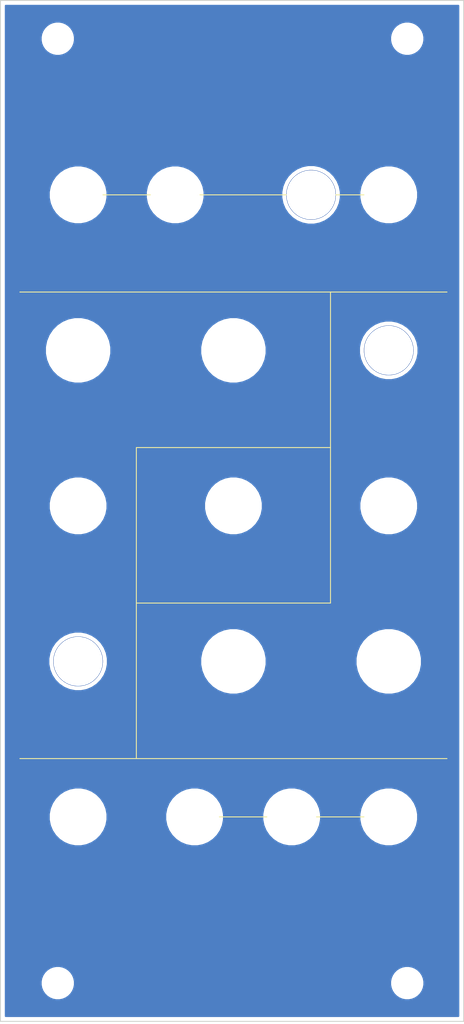
<source format=kicad_pcb>
(kicad_pcb (version 20171130) (host pcbnew 5.1.5-52549c5~84~ubuntu19.04.1)

  (general
    (thickness 1.6)
    (drawings 32)
    (tracks 0)
    (zones 0)
    (modules 22)
    (nets 1)
  )

  (page A4)
  (title_block
    (title X4046)
    (date 2019-09-02)
    (rev R01)
    (comment 1 "Panel PCB")
    (comment 2 "Original design by Thomas Henry")
    (comment 4 "License CC BY 4.0 - Attribution 4.0 International")
  )

  (layers
    (0 F.Cu signal)
    (31 B.Cu signal)
    (32 B.Adhes user)
    (33 F.Adhes user)
    (34 B.Paste user)
    (35 F.Paste user)
    (36 B.SilkS user)
    (37 F.SilkS user)
    (38 B.Mask user)
    (39 F.Mask user)
    (40 Dwgs.User user hide)
    (41 Cmts.User user hide)
    (42 Eco1.User user hide)
    (43 Eco2.User user hide)
    (44 Edge.Cuts user)
    (45 Margin user)
    (46 B.CrtYd user)
    (47 F.CrtYd user)
    (48 B.Fab user)
    (49 F.Fab user)
  )

  (setup
    (last_trace_width 0.25)
    (trace_clearance 0.2)
    (zone_clearance 0.508)
    (zone_45_only no)
    (trace_min 0.2)
    (via_size 0.8)
    (via_drill 0.4)
    (via_min_size 0.4)
    (via_min_drill 0.3)
    (uvia_size 0.3)
    (uvia_drill 0.1)
    (uvias_allowed no)
    (uvia_min_size 0.2)
    (uvia_min_drill 0.1)
    (edge_width 0.05)
    (segment_width 0.2)
    (pcb_text_width 0.3)
    (pcb_text_size 1.5 1.5)
    (mod_edge_width 0.12)
    (mod_text_size 1 1)
    (mod_text_width 0.15)
    (pad_size 6.4 6.4)
    (pad_drill 6.4)
    (pad_to_mask_clearance 0.051)
    (solder_mask_min_width 0.25)
    (aux_axis_origin 0 0)
    (visible_elements FFFFFF7F)
    (pcbplotparams
      (layerselection 0x010fc_ffffffff)
      (usegerberextensions false)
      (usegerberattributes false)
      (usegerberadvancedattributes false)
      (creategerberjobfile false)
      (excludeedgelayer false)
      (linewidth 0.150000)
      (plotframeref false)
      (viasonmask false)
      (mode 1)
      (useauxorigin false)
      (hpglpennumber 1)
      (hpglpenspeed 20)
      (hpglpendiameter 15.000000)
      (psnegative false)
      (psa4output false)
      (plotreference true)
      (plotvalue true)
      (plotinvisibletext false)
      (padsonsilk false)
      (subtractmaskfromsilk false)
      (outputformat 1)
      (mirror false)
      (drillshape 0)
      (scaleselection 1)
      (outputdirectory "./gerbers"))
  )

  (net 0 "")

  (net_class Default "This is the default net class."
    (clearance 0.2)
    (trace_width 0.25)
    (via_dia 0.8)
    (via_drill 0.4)
    (uvia_dia 0.3)
    (uvia_drill 0.1)
  )

  (module elektrophon:panel_jack (layer F.Cu) (tedit 5DA46DDA) (tstamp 5DE3CFFC)
    (at 48.26 50.8)
    (descr "Mounting Hole 8.4mm, no annular, M8")
    (tags "mounting hole 8.4mm no annular m8")
    (path /5DE3D3E9)
    (attr virtual)
    (fp_text reference H22 (at 0 -9.4) (layer F.SilkS) hide
      (effects (font (size 1 1) (thickness 0.15)))
    )
    (fp_text value IN (at 0 9.144) (layer F.Mask) hide
      (effects (font (size 2 1.4) (thickness 0.25)))
    )
    (fp_circle (center 0 0) (end 4.2 0) (layer F.CrtYd) (width 0.05))
    (fp_circle (center 0 0) (end 4 0) (layer Cmts.User) (width 0.15))
    (fp_text user %R (at 0.3 0) (layer F.Fab) hide
      (effects (font (size 1 1) (thickness 0.15)))
    )
    (pad "" np_thru_hole circle (at 0 0) (size 6.4 6.4) (drill 6.4) (layers *.Cu *.Mask))
    (model "${KIPRJMOD}/../../../lib/kicad/models/PJ301M-12 Thonkiconn v0.2.stp"
      (offset (xyz 0 0.8 -10.5))
      (scale (xyz 1 1 1))
      (rotate (xyz 0 0 0))
    )
  )

  (module elektrophon:SWITCH_HOLE (layer F.Cu) (tedit 5D6AF1FE) (tstamp 5DA326E4)
    (at 35.56 111.76)
    (path /5D6B18D4)
    (fp_text reference H13 (at 0 -6.604) (layer F.SilkS) hide
      (effects (font (size 1 1) (thickness 0.15)))
    )
    (fp_text value EXP_RAISE (at 0 8.636) (layer F.Mask) hide
      (effects (font (size 2 1.4) (thickness 0.25)))
    )
    (pad "" np_thru_hole circle (at 0 0) (size 6.5 6.5) (drill 6.4) (layers *.Cu *.Mask)
      (zone_connect 0))
    (model "/home/etienne/Projects/elektrophon/lib/kicad/models/SPDT Toggle Switch.stp"
      (offset (xyz 12.5 3.5 -11.5))
      (scale (xyz 1 1 1))
      (rotate (xyz -90 0 0))
    )
  )

  (module elektrophon:SWITCH_HOLE (layer F.Cu) (tedit 5D6AF1FE) (tstamp 5DA326DC)
    (at 76.2 71.12)
    (path /5D6AF633)
    (fp_text reference H12 (at 0 -6.604) (layer F.SilkS) hide
      (effects (font (size 1 1) (thickness 0.15)))
    )
    (fp_text value EXP_FALL (at 0 8.636) (layer F.Mask) hide
      (effects (font (size 2 1.4) (thickness 0.25)))
    )
    (pad "" np_thru_hole circle (at 0 0) (size 6.5 6.5) (drill 6.4) (layers *.Cu *.Mask)
      (zone_connect 0))
    (model "/home/etienne/Projects/elektrophon/lib/kicad/models/SPDT Toggle Switch.stp"
      (offset (xyz 12.5 3.5 -11.5))
      (scale (xyz 1 1 1))
      (rotate (xyz -90 0 0))
    )
  )

  (module elektrophon:SWITCH_HOLE (layer F.Cu) (tedit 5D6AF1FE) (tstamp 5DA326CC)
    (at 66.04 50.8)
    (path /5DA3331D)
    (fp_text reference H6 (at 0 -6.604) (layer F.SilkS) hide
      (effects (font (size 1 1) (thickness 0.15)))
    )
    (fp_text value CYCLE (at 0 8.636) (layer F.Mask) hide
      (effects (font (size 2 1.4) (thickness 0.25)))
    )
    (pad "" np_thru_hole circle (at 0 0) (size 6.5 6.5) (drill 6.4) (layers *.Cu *.Mask)
      (zone_connect 0))
    (model "/home/etienne/Projects/elektrophon/lib/kicad/models/SPDT Toggle Switch.stp"
      (offset (xyz 12.5 3.5 -11.5))
      (scale (xyz 1 1 1))
      (rotate (xyz -90 0 0))
    )
  )

  (module elektrophon:LED_Monitor (layer F.Cu) (tedit 5D62B726) (tstamp 5DD36DDB)
    (at 57.15 50.8)
    (descr "Imported from LED Monitor.svg")
    (tags svg2mod)
    (path /5DD31FCB)
    (zone_connect 2)
    (attr smd)
    (fp_text reference H7 (at 0 -5.054774) (layer F.SilkS) hide
      (effects (font (size 1.524 1.524) (thickness 0.3048)))
    )
    (fp_text value LED (at 0 5.054774) (layer F.SilkS) hide
      (effects (font (size 1.524 1.524) (thickness 0.3048)))
    )
    (pad 1 connect custom (at 0 0) (size 5 5) (layers *.Mask)
      (zone_connect 2)
      (options (clearance outline) (anchor circle))
      (primitives
        (gr_circle (center 0 0) (end 2.286 0) (width 0.1))
      ))
  )

  (module elektrophon:panel_jack (layer F.Cu) (tedit 5DA46DDA) (tstamp 5DD36E24)
    (at 35.56 132.08)
    (descr "Mounting Hole 8.4mm, no annular, M8")
    (tags "mounting hole 8.4mm no annular m8")
    (path /5DD362E9)
    (attr virtual)
    (fp_text reference H17 (at 0 -9.4) (layer F.SilkS) hide
      (effects (font (size 1 1) (thickness 0.15)))
    )
    (fp_text value CV (at 0 9.144) (layer F.Mask) hide
      (effects (font (size 2 1.4) (thickness 0.25)))
    )
    (fp_circle (center 0 0) (end 4.2 0) (layer F.CrtYd) (width 0.05))
    (fp_circle (center 0 0) (end 4 0) (layer Cmts.User) (width 0.15))
    (fp_text user %R (at 0.3 0) (layer F.Fab) hide
      (effects (font (size 1 1) (thickness 0.15)))
    )
    (pad "" np_thru_hole circle (at 0 0) (size 6.4 6.4) (drill 6.4) (layers *.Cu *.Mask))
    (model "${KIPRJMOD}/../../../lib/kicad/models/PJ301M-12 Thonkiconn v0.2.stp"
      (offset (xyz 0 0.8 -10.5))
      (scale (xyz 1 1 1))
      (rotate (xyz 0 0 0))
    )
  )

  (module elektrophon:panel_jack (layer F.Cu) (tedit 5DA46DDA) (tstamp 5DD36DF9)
    (at 76.2 132.08)
    (descr "Mounting Hole 8.4mm, no annular, M8")
    (tags "mounting hole 8.4mm no annular m8")
    (path /5DD35930)
    (attr virtual)
    (fp_text reference H11 (at 0 -9.4) (layer F.SilkS) hide
      (effects (font (size 1 1) (thickness 0.15)))
    )
    (fp_text value "BIPOLAR OUT" (at 0 9.144) (layer F.Mask) hide
      (effects (font (size 2 1.4) (thickness 0.25)))
    )
    (fp_circle (center 0 0) (end 4.2 0) (layer F.CrtYd) (width 0.05))
    (fp_circle (center 0 0) (end 4 0) (layer Cmts.User) (width 0.15))
    (fp_text user %R (at 0.3 0) (layer F.Fab) hide
      (effects (font (size 1 1) (thickness 0.15)))
    )
    (pad "" np_thru_hole circle (at 0 0) (size 6.4 6.4) (drill 6.4) (layers *.Cu *.Mask))
    (model "${KIPRJMOD}/../../../lib/kicad/models/PJ301M-12 Thonkiconn v0.2.stp"
      (offset (xyz 0 0.8 -10.5))
      (scale (xyz 1 1 1))
      (rotate (xyz 0 0 0))
    )
  )

  (module elektrophon:panel_jack (layer F.Cu) (tedit 5DA46DDA) (tstamp 5DD36DE3)
    (at 76.2 50.8)
    (descr "Mounting Hole 8.4mm, no annular, M8")
    (tags "mounting hole 8.4mm no annular m8")
    (path /5DD33BD2)
    (attr virtual)
    (fp_text reference H8 (at 0 -9.4) (layer F.SilkS) hide
      (effects (font (size 1 1) (thickness 0.15)))
    )
    (fp_text value END (at 0 9.144) (layer F.Mask) hide
      (effects (font (size 2 1.4) (thickness 0.25)))
    )
    (fp_circle (center 0 0) (end 4.2 0) (layer F.CrtYd) (width 0.05))
    (fp_circle (center 0 0) (end 4 0) (layer Cmts.User) (width 0.15))
    (fp_text user %R (at 0.3 0) (layer F.Fab) hide
      (effects (font (size 1 1) (thickness 0.15)))
    )
    (pad "" np_thru_hole circle (at 0 0) (size 6.4 6.4) (drill 6.4) (layers *.Cu *.Mask))
    (model "${KIPRJMOD}/../../../lib/kicad/models/PJ301M-12 Thonkiconn v0.2.stp"
      (offset (xyz 0 0.8 -10.5))
      (scale (xyz 1 1 1))
      (rotate (xyz 0 0 0))
    )
  )

  (module elektrophon:panel_potentiometer (layer F.Cu) (tedit 5DA46CEF) (tstamp 5DA32714)
    (at 55.88 111.76)
    (descr "Mounting Hole 8.4mm, no annular, M8")
    (tags "mounting hole 8.4mm no annular m8")
    (path /5D6B4FC0)
    (attr virtual)
    (fp_text reference H21 (at 0 -9.4) (layer F.SilkS) hide
      (effects (font (size 1 1) (thickness 0.15)))
    )
    (fp_text value "FALL RATE" (at 0 9.144) (layer F.Mask) hide
      (effects (font (size 2 1.4) (thickness 0.25)))
    )
    (fp_circle (center 0 0) (end 6.6 0) (layer F.CrtYd) (width 0.05))
    (fp_circle (center 0 0) (end 6.35 0) (layer Cmts.User) (width 0.15))
    (fp_text user %R (at 0.3 0) (layer F.Fab) hide
      (effects (font (size 1 1) (thickness 0.15)))
    )
    (pad "" np_thru_hole circle (at 0 0) (size 7.4 7.4) (drill 7.4) (layers *.Cu *.Mask))
    (model "${KIPRJMOD}/../../../lib/kicad/models/chroma cap.step"
      (offset (xyz 0 0 8))
      (scale (xyz 1 1 1))
      (rotate (xyz -90 0 0))
    )
  )

  (module elektrophon:panel_potentiometer (layer F.Cu) (tedit 5DA46CEF) (tstamp 5DA3270C)
    (at 55.88 71.12)
    (descr "Mounting Hole 8.4mm, no annular, M8")
    (tags "mounting hole 8.4mm no annular m8")
    (path /5D6B1F1C)
    (attr virtual)
    (fp_text reference H20 (at 0 -9.4) (layer F.SilkS) hide
      (effects (font (size 1 1) (thickness 0.15)))
    )
    (fp_text value "RISE RATE" (at 0 9.144) (layer F.Mask) hide
      (effects (font (size 2 1.4) (thickness 0.25)))
    )
    (fp_circle (center 0 0) (end 6.6 0) (layer F.CrtYd) (width 0.05))
    (fp_circle (center 0 0) (end 6.35 0) (layer Cmts.User) (width 0.15))
    (fp_text user %R (at 0.3 0) (layer F.Fab) hide
      (effects (font (size 1 1) (thickness 0.15)))
    )
    (pad "" np_thru_hole circle (at 0 0) (size 7.4 7.4) (drill 7.4) (layers *.Cu *.Mask))
    (model "${KIPRJMOD}/../../../lib/kicad/models/chroma cap.step"
      (offset (xyz 0 0 8))
      (scale (xyz 1 1 1))
      (rotate (xyz -90 0 0))
    )
  )

  (module elektrophon:panel_potentiometer (layer F.Cu) (tedit 5DA46CEF) (tstamp 5DA32704)
    (at 76.2 111.76)
    (descr "Mounting Hole 8.4mm, no annular, M8")
    (tags "mounting hole 8.4mm no annular m8")
    (path /5D6B18DA)
    (attr virtual)
    (fp_text reference H19 (at 0 -9.4) (layer F.SilkS) hide
      (effects (font (size 1 1) (thickness 0.15)))
    )
    (fp_text value FALL (at 0 9.144) (layer F.Mask) hide
      (effects (font (size 2 1.4) (thickness 0.25)))
    )
    (fp_circle (center 0 0) (end 6.6 0) (layer F.CrtYd) (width 0.05))
    (fp_circle (center 0 0) (end 6.35 0) (layer Cmts.User) (width 0.15))
    (fp_text user %R (at 0.3 0) (layer F.Fab) hide
      (effects (font (size 1 1) (thickness 0.15)))
    )
    (pad "" np_thru_hole circle (at 0 0) (size 7.4 7.4) (drill 7.4) (layers *.Cu *.Mask))
    (model "${KIPRJMOD}/../../../lib/kicad/models/chroma cap.step"
      (offset (xyz 0 0 8))
      (scale (xyz 1 1 1))
      (rotate (xyz -90 0 0))
    )
  )

  (module elektrophon:panel_potentiometer (layer F.Cu) (tedit 5DA46CEF) (tstamp 5DA326FC)
    (at 35.56 71.12)
    (descr "Mounting Hole 8.4mm, no annular, M8")
    (tags "mounting hole 8.4mm no annular m8")
    (path /5D6AFC16)
    (attr virtual)
    (fp_text reference H18 (at 0 -9.4) (layer F.SilkS) hide
      (effects (font (size 1 1) (thickness 0.15)))
    )
    (fp_text value RISE (at 0 9.144) (layer F.Mask) hide
      (effects (font (size 2 1.4) (thickness 0.25)))
    )
    (fp_circle (center 0 0) (end 6.6 0) (layer F.CrtYd) (width 0.05))
    (fp_circle (center 0 0) (end 6.35 0) (layer Cmts.User) (width 0.15))
    (fp_text user %R (at 0.3 0) (layer F.Fab) hide
      (effects (font (size 1 1) (thickness 0.15)))
    )
    (pad "" np_thru_hole circle (at 0 0) (size 7.4 7.4) (drill 7.4) (layers *.Cu *.Mask))
    (model "${KIPRJMOD}/../../../lib/kicad/models/chroma cap.step"
      (offset (xyz 0 0 8))
      (scale (xyz 1 1 1))
      (rotate (xyz -90 0 0))
    )
  )

  (module elektrophon:panel_jack (layer F.Cu) (tedit 5DA46DDA) (tstamp 5DA326F4)
    (at 76.2 91.44)
    (descr "Mounting Hole 8.4mm, no annular, M8")
    (tags "mounting hole 8.4mm no annular m8")
    (path /5D6B4FBA)
    (attr virtual)
    (fp_text reference H15 (at 0 -9.4) (layer F.SilkS) hide
      (effects (font (size 1 1) (thickness 0.15)))
    )
    (fp_text value "CV FALL" (at 0 9.144) (layer F.Mask) hide
      (effects (font (size 2 1.4) (thickness 0.25)))
    )
    (fp_circle (center 0 0) (end 4.2 0) (layer F.CrtYd) (width 0.05))
    (fp_circle (center 0 0) (end 4 0) (layer Cmts.User) (width 0.15))
    (fp_text user %R (at 0.3 0) (layer F.Fab) hide
      (effects (font (size 1 1) (thickness 0.15)))
    )
    (pad "" np_thru_hole circle (at 0 0) (size 6.4 6.4) (drill 6.4) (layers *.Cu *.Mask))
    (model "${KIPRJMOD}/../../../lib/kicad/models/PJ301M-12 Thonkiconn v0.2.stp"
      (offset (xyz 0 0.8 -10.5))
      (scale (xyz 1 1 1))
      (rotate (xyz 0 0 0))
    )
  )

  (module elektrophon:panel_jack (layer F.Cu) (tedit 5DA46DDA) (tstamp 5DA326EC)
    (at 35.56 91.44)
    (descr "Mounting Hole 8.4mm, no annular, M8")
    (tags "mounting hole 8.4mm no annular m8")
    (path /5D6B1F16)
    (attr virtual)
    (fp_text reference H14 (at 0 -9.4) (layer F.SilkS) hide
      (effects (font (size 1 1) (thickness 0.15)))
    )
    (fp_text value "CV RISE" (at 0 9.144) (layer F.Mask) hide
      (effects (font (size 2 1.4) (thickness 0.25)))
    )
    (fp_circle (center 0 0) (end 4.2 0) (layer F.CrtYd) (width 0.05))
    (fp_circle (center 0 0) (end 4 0) (layer Cmts.User) (width 0.15))
    (fp_text user %R (at 0.3 0) (layer F.Fab) hide
      (effects (font (size 1 1) (thickness 0.15)))
    )
    (pad "" np_thru_hole circle (at 0 0) (size 6.4 6.4) (drill 6.4) (layers *.Cu *.Mask))
    (model "${KIPRJMOD}/../../../lib/kicad/models/PJ301M-12 Thonkiconn v0.2.stp"
      (offset (xyz 0 0.8 -10.5))
      (scale (xyz 1 1 1))
      (rotate (xyz 0 0 0))
    )
  )

  (module elektrophon:panel_jack (layer F.Cu) (tedit 5DA46DDA) (tstamp 5DA326A8)
    (at 55.88 91.44)
    (descr "Mounting Hole 8.4mm, no annular, M8")
    (tags "mounting hole 8.4mm no annular m8")
    (path /5D6B1F10)
    (attr virtual)
    (fp_text reference H16 (at 0 -9.4) (layer F.SilkS) hide
      (effects (font (size 1 1) (thickness 0.15)))
    )
    (fp_text value "BOTH CV" (at 0 9.144) (layer F.Mask) hide
      (effects (font (size 2 1.4) (thickness 0.25)))
    )
    (fp_circle (center 0 0) (end 4.2 0) (layer F.CrtYd) (width 0.05))
    (fp_circle (center 0 0) (end 4 0) (layer Cmts.User) (width 0.15))
    (fp_text user %R (at 0.3 0) (layer F.Fab) hide
      (effects (font (size 1 1) (thickness 0.15)))
    )
    (pad "" np_thru_hole circle (at 0 0) (size 6.4 6.4) (drill 6.4) (layers *.Cu *.Mask))
    (model "${KIPRJMOD}/../../../lib/kicad/models/PJ301M-12 Thonkiconn v0.2.stp"
      (offset (xyz 0 0.8 -10.5))
      (scale (xyz 1 1 1))
      (rotate (xyz 0 0 0))
    )
  )

  (module elektrophon:panel_jack (layer F.Cu) (tedit 5DA46DDA) (tstamp 5DA326A0)
    (at 50.8 132.08)
    (descr "Mounting Hole 8.4mm, no annular, M8")
    (tags "mounting hole 8.4mm no annular m8")
    (path /5D6B18CE)
    (attr virtual)
    (fp_text reference H10 (at 0 -9.4) (layer F.SilkS) hide
      (effects (font (size 1 1) (thickness 0.15)))
    )
    (fp_text value OUT (at 0 9.144) (layer F.Mask) hide
      (effects (font (size 2 1.4) (thickness 0.25)))
    )
    (fp_circle (center 0 0) (end 4.2 0) (layer F.CrtYd) (width 0.05))
    (fp_circle (center 0 0) (end 4 0) (layer Cmts.User) (width 0.15))
    (fp_text user %R (at 0.3 0) (layer F.Fab) hide
      (effects (font (size 1 1) (thickness 0.15)))
    )
    (pad "" np_thru_hole circle (at 0 0) (size 6.4 6.4) (drill 6.4) (layers *.Cu *.Mask))
    (model "${KIPRJMOD}/../../../lib/kicad/models/PJ301M-12 Thonkiconn v0.2.stp"
      (offset (xyz 0 0.8 -10.5))
      (scale (xyz 1 1 1))
      (rotate (xyz 0 0 0))
    )
  )

  (module elektrophon:panel_jack (layer F.Cu) (tedit 5DA46DDA) (tstamp 5DA32698)
    (at 63.5 132.08)
    (descr "Mounting Hole 8.4mm, no annular, M8")
    (tags "mounting hole 8.4mm no annular m8")
    (path /5D6B1084)
    (attr virtual)
    (fp_text reference H9 (at 0 -9.4) (layer F.SilkS) hide
      (effects (font (size 1 1) (thickness 0.15)))
    )
    (fp_text value "AC OUT" (at 0 9.144) (layer F.Mask) hide
      (effects (font (size 2 1.4) (thickness 0.25)))
    )
    (fp_circle (center 0 0) (end 4.2 0) (layer F.CrtYd) (width 0.05))
    (fp_circle (center 0 0) (end 4 0) (layer Cmts.User) (width 0.15))
    (fp_text user %R (at 0.3 0) (layer F.Fab) hide
      (effects (font (size 1 1) (thickness 0.15)))
    )
    (pad "" np_thru_hole circle (at 0 0) (size 6.4 6.4) (drill 6.4) (layers *.Cu *.Mask))
    (model "${KIPRJMOD}/../../../lib/kicad/models/PJ301M-12 Thonkiconn v0.2.stp"
      (offset (xyz 0 0.8 -10.5))
      (scale (xyz 1 1 1))
      (rotate (xyz 0 0 0))
    )
  )

  (module elektrophon:panel_jack (layer F.Cu) (tedit 5DA46DDA) (tstamp 5DA32690)
    (at 35.56 50.8)
    (descr "Mounting Hole 8.4mm, no annular, M8")
    (tags "mounting hole 8.4mm no annular m8")
    (path /5D6AF58E)
    (attr virtual)
    (fp_text reference H1 (at 0 -9.4) (layer F.SilkS) hide
      (effects (font (size 1 1) (thickness 0.15)))
    )
    (fp_text value TRIG (at 0 9.144) (layer F.Mask) hide
      (effects (font (size 2 1.4) (thickness 0.25)))
    )
    (fp_circle (center 0 0) (end 4.2 0) (layer F.CrtYd) (width 0.05))
    (fp_circle (center 0 0) (end 4 0) (layer Cmts.User) (width 0.15))
    (fp_text user %R (at 0.3 0) (layer F.Fab) hide
      (effects (font (size 1 1) (thickness 0.15)))
    )
    (pad "" np_thru_hole circle (at 0 0) (size 6.4 6.4) (drill 6.4) (layers *.Cu *.Mask))
    (model "${KIPRJMOD}/../../../lib/kicad/models/PJ301M-12 Thonkiconn v0.2.stp"
      (offset (xyz 0 0.8 -10.5))
      (scale (xyz 1 1 1))
      (rotate (xyz 0 0 0))
    )
  )

  (module MountingHole:MountingHole_3.2mm_M3 locked (layer F.Cu) (tedit 56D1B4CB) (tstamp 5D6C7189)
    (at 78.62 153.8)
    (descr "Mounting Hole 3.2mm, no annular, M3")
    (tags "mounting hole 3.2mm no annular m3")
    (path /5D6C254B)
    (attr virtual)
    (fp_text reference H5 (at 0 -4.2) (layer F.SilkS) hide
      (effects (font (size 1 1) (thickness 0.15)))
    )
    (fp_text value MountingHole (at 0 4.2) (layer F.Fab) hide
      (effects (font (size 1 1) (thickness 0.15)))
    )
    (fp_circle (center 0 0) (end 3.45 0) (layer F.CrtYd) (width 0.05))
    (fp_circle (center 0 0) (end 3.2 0) (layer Cmts.User) (width 0.15))
    (fp_text user %R (at 0.3 0) (layer F.Fab) hide
      (effects (font (size 1 1) (thickness 0.15)))
    )
    (pad 1 np_thru_hole circle (at 0 0) (size 3.2 3.2) (drill 3.2) (layers *.Cu *.Mask))
  )

  (module MountingHole:MountingHole_3.2mm_M3 locked (layer F.Cu) (tedit 56D1B4CB) (tstamp 5D6C7181)
    (at 78.62 30.4)
    (descr "Mounting Hole 3.2mm, no annular, M3")
    (tags "mounting hole 3.2mm no annular m3")
    (path /5D6C22FB)
    (attr virtual)
    (fp_text reference H4 (at 0 -4.2) (layer F.SilkS) hide
      (effects (font (size 1 1) (thickness 0.15)))
    )
    (fp_text value MountingHole (at 0 4.2) (layer F.Fab) hide
      (effects (font (size 1 1) (thickness 0.15)))
    )
    (fp_circle (center 0 0) (end 3.45 0) (layer F.CrtYd) (width 0.05))
    (fp_circle (center 0 0) (end 3.2 0) (layer Cmts.User) (width 0.15))
    (fp_text user %R (at 0.3 0) (layer F.Fab) hide
      (effects (font (size 1 1) (thickness 0.15)))
    )
    (pad 1 np_thru_hole circle (at 0 0) (size 3.2 3.2) (drill 3.2) (layers *.Cu *.Mask))
  )

  (module MountingHole:MountingHole_3.2mm_M3 locked (layer F.Cu) (tedit 56D1B4CB) (tstamp 5D6C7179)
    (at 32.9 153.8)
    (descr "Mounting Hole 3.2mm, no annular, M3")
    (tags "mounting hole 3.2mm no annular m3")
    (path /5D6C2167)
    (attr virtual)
    (fp_text reference H3 (at 0 -4.2) (layer F.SilkS) hide
      (effects (font (size 1 1) (thickness 0.15)))
    )
    (fp_text value MountingHole (at 0 4.2) (layer F.Fab) hide
      (effects (font (size 1 1) (thickness 0.15)))
    )
    (fp_circle (center 0 0) (end 3.45 0) (layer F.CrtYd) (width 0.05))
    (fp_circle (center 0 0) (end 3.2 0) (layer Cmts.User) (width 0.15))
    (fp_text user %R (at 0.3 0) (layer F.Fab) hide
      (effects (font (size 1 1) (thickness 0.15)))
    )
    (pad 1 np_thru_hole circle (at 0 0) (size 3.2 3.2) (drill 3.2) (layers *.Cu *.Mask))
  )

  (module MountingHole:MountingHole_3.2mm_M3 locked (layer F.Cu) (tedit 56D1B4CB) (tstamp 5D6C7171)
    (at 32.9 30.4)
    (descr "Mounting Hole 3.2mm, no annular, M3")
    (tags "mounting hole 3.2mm no annular m3")
    (path /5D6C1F77)
    (attr virtual)
    (fp_text reference H2 (at 0 -4.2) (layer F.SilkS) hide
      (effects (font (size 1 1) (thickness 0.15)))
    )
    (fp_text value MountingHole (at 0 4.2) (layer F.Fab) hide
      (effects (font (size 1 1) (thickness 0.15)))
    )
    (fp_circle (center 0 0) (end 3.45 0) (layer F.CrtYd) (width 0.05))
    (fp_circle (center 0 0) (end 3.2 0) (layer Cmts.User) (width 0.15))
    (fp_text user %R (at 0.3 0) (layer F.Fab) hide
      (effects (font (size 1 1) (thickness 0.15)))
    )
    (pad 1 np_thru_hole circle (at 0 0) (size 3.2 3.2) (drill 3.2) (layers *.Cu *.Mask))
  )

  (gr_text ac (at 63.5 140.97) (layer F.Mask) (tstamp 5DE3D2FF)
    (effects (font (size 2 1.4) (thickness 0.25)))
  )
  (gr_text bipolar (at 76.2 140.97) (layer F.Mask) (tstamp 5DE3D2FF)
    (effects (font (size 2 1.4) (thickness 0.25)))
  )
  (gr_text out (at 50.8 140.97) (layer F.Mask) (tstamp 5DE3D2FF)
    (effects (font (size 2 1.4) (thickness 0.25)))
  )
  (gr_text cv (at 35.56 140.97) (layer F.Mask) (tstamp 5DE3D2FF)
    (effects (font (size 2 1.4) (thickness 0.25)))
  )
  (gr_text fall (at 76.2 120.65) (layer F.Mask) (tstamp 5DE3D254)
    (effects (font (size 2 1.4) (thickness 0.25)))
  )
  (gr_text rate (at 55.88 120.65) (layer F.Mask) (tstamp 5DE3D254)
    (effects (font (size 2 1.4) (thickness 0.25)))
  )
  (gr_text exp (at 35.56 120.65) (layer F.Mask) (tstamp 5DE3D254)
    (effects (font (size 2 1.4) (thickness 0.25)))
  )
  (gr_text cv (at 76.2 100.33) (layer F.Mask) (tstamp 5DE3D1C6)
    (effects (font (size 2 1.4) (thickness 0.25)))
  )
  (gr_text "both cv" (at 55.88 100.33) (layer F.Mask) (tstamp 5DE3D1C6)
    (effects (font (size 2 1.4) (thickness 0.25)))
  )
  (gr_text cv (at 35.56 100.33) (layer F.Mask) (tstamp 5DE3D1C6)
    (effects (font (size 2 1.4) (thickness 0.25)))
  )
  (gr_text exp (at 76.2 80.01) (layer F.Mask) (tstamp 5DE3D1A9)
    (effects (font (size 2 1.4) (thickness 0.25)))
  )
  (gr_text rate (at 55.88 80.01) (layer F.Mask) (tstamp 5DE3D0CC)
    (effects (font (size 2 1.4) (thickness 0.25)))
  )
  (gr_text rise (at 35.56 80.01) (layer F.Mask) (tstamp 5DE3D0CC)
    (effects (font (size 2 1.4) (thickness 0.25)))
  )
  (gr_text end (at 76.2 59.69) (layer F.Mask) (tstamp 5DE3D0CC)
    (effects (font (size 2 1.4) (thickness 0.25)))
  )
  (gr_text cycle (at 66.04 59.69) (layer F.Mask) (tstamp 5DE3D0CC)
    (effects (font (size 2 1.4) (thickness 0.25)))
  )
  (gr_text in (at 48.26 59.69) (layer F.Mask) (tstamp 5DE3D0CC)
    (effects (font (size 2 1.4) (thickness 0.25)))
  )
  (gr_text trig (at 35.56 59.69) (layer F.Mask)
    (effects (font (size 2 1.4) (thickness 0.25)))
  )
  (gr_line (start 76.2 132.08) (end 50.8 132.08) (layer F.SilkS) (width 0.12))
  (gr_line (start 27.94 124.46) (end 83.82 124.46) (layer F.SilkS) (width 0.12))
  (gr_line (start 83.82 63.5) (end 27.94 63.5) (layer F.SilkS) (width 0.12))
  (gr_line (start 76.2 50.8) (end 35.56 50.8) (layer F.SilkS) (width 0.12))
  (gr_line (start 68.58 104.14) (end 68.58 86.36) (layer F.SilkS) (width 0.12) (tstamp 5DD98111))
  (gr_line (start 43.18 104.14) (end 68.58 104.14) (layer F.SilkS) (width 0.12))
  (gr_line (start 43.18 83.82) (end 43.18 124.46) (layer F.SilkS) (width 0.12))
  (gr_line (start 68.58 83.82) (end 43.18 83.82) (layer F.SilkS) (width 0.12))
  (gr_line (start 68.58 63.5) (end 68.58 86.36) (layer F.SilkS) (width 0.12))
  (gr_text R01 (at 69.85 153.67) (layer F.Cu)
    (effects (font (size 2 1.4) (thickness 0.25)))
  )
  (gr_text "vcs\n" (at 55.88 30.48) (layer F.Mask)
    (effects (font (size 3 3) (thickness 0.35)))
  )
  (gr_line (start 86 158.8) (end 25.4 158.8) (layer Edge.Cuts) (width 0.12))
  (gr_line (start 86 25.4) (end 86 158.8) (layer Edge.Cuts) (width 0.12))
  (gr_line (start 25.4 25.4) (end 25.4 158.8) (layer Edge.Cuts) (width 0.12))
  (gr_line (start 25.4 25.4) (end 86 25.4) (layer Edge.Cuts) (width 0.12))

  (zone (net 0) (net_name "") (layer B.Cu) (tstamp 5D6DC77A) (hatch edge 0.508)
    (connect_pads (clearance 0.508))
    (min_thickness 0.254)
    (fill yes (arc_segments 32) (thermal_gap 0.508) (thermal_bridge_width 0.508))
    (polygon
      (pts
        (xy 25.43 25.4) (xy 85.882 25.751) (xy 85.822 159.161) (xy 25.4 158.75)
      )
    )
    (filled_polygon
      (pts
        (xy 85.305001 158.105) (xy 26.095 158.105) (xy 26.095 153.579872) (xy 30.665 153.579872) (xy 30.665 154.020128)
        (xy 30.75089 154.451925) (xy 30.919369 154.858669) (xy 31.163962 155.224729) (xy 31.475271 155.536038) (xy 31.841331 155.780631)
        (xy 32.248075 155.94911) (xy 32.679872 156.035) (xy 33.120128 156.035) (xy 33.551925 155.94911) (xy 33.958669 155.780631)
        (xy 34.324729 155.536038) (xy 34.636038 155.224729) (xy 34.880631 154.858669) (xy 35.04911 154.451925) (xy 35.135 154.020128)
        (xy 35.135 153.579872) (xy 76.385 153.579872) (xy 76.385 154.020128) (xy 76.47089 154.451925) (xy 76.639369 154.858669)
        (xy 76.883962 155.224729) (xy 77.195271 155.536038) (xy 77.561331 155.780631) (xy 77.968075 155.94911) (xy 78.399872 156.035)
        (xy 78.840128 156.035) (xy 79.271925 155.94911) (xy 79.678669 155.780631) (xy 80.044729 155.536038) (xy 80.356038 155.224729)
        (xy 80.600631 154.858669) (xy 80.76911 154.451925) (xy 80.855 154.020128) (xy 80.855 153.579872) (xy 80.76911 153.148075)
        (xy 80.600631 152.741331) (xy 80.356038 152.375271) (xy 80.044729 152.063962) (xy 79.678669 151.819369) (xy 79.271925 151.65089)
        (xy 78.840128 151.565) (xy 78.399872 151.565) (xy 77.968075 151.65089) (xy 77.561331 151.819369) (xy 77.195271 152.063962)
        (xy 76.883962 152.375271) (xy 76.639369 152.741331) (xy 76.47089 153.148075) (xy 76.385 153.579872) (xy 35.135 153.579872)
        (xy 35.04911 153.148075) (xy 34.880631 152.741331) (xy 34.636038 152.375271) (xy 34.324729 152.063962) (xy 33.958669 151.819369)
        (xy 33.551925 151.65089) (xy 33.120128 151.565) (xy 32.679872 151.565) (xy 32.248075 151.65089) (xy 31.841331 151.819369)
        (xy 31.475271 152.063962) (xy 31.163962 152.375271) (xy 30.919369 152.741331) (xy 30.75089 153.148075) (xy 30.665 153.579872)
        (xy 26.095 153.579872) (xy 26.095 131.702285) (xy 31.725 131.702285) (xy 31.725 132.457715) (xy 31.872377 133.198628)
        (xy 32.161467 133.896554) (xy 32.581161 134.52467) (xy 33.11533 135.058839) (xy 33.743446 135.478533) (xy 34.441372 135.767623)
        (xy 35.182285 135.915) (xy 35.937715 135.915) (xy 36.678628 135.767623) (xy 37.376554 135.478533) (xy 38.00467 135.058839)
        (xy 38.538839 134.52467) (xy 38.958533 133.896554) (xy 39.247623 133.198628) (xy 39.395 132.457715) (xy 39.395 131.702285)
        (xy 46.965 131.702285) (xy 46.965 132.457715) (xy 47.112377 133.198628) (xy 47.401467 133.896554) (xy 47.821161 134.52467)
        (xy 48.35533 135.058839) (xy 48.983446 135.478533) (xy 49.681372 135.767623) (xy 50.422285 135.915) (xy 51.177715 135.915)
        (xy 51.918628 135.767623) (xy 52.616554 135.478533) (xy 53.24467 135.058839) (xy 53.778839 134.52467) (xy 54.198533 133.896554)
        (xy 54.487623 133.198628) (xy 54.635 132.457715) (xy 54.635 131.702285) (xy 59.665 131.702285) (xy 59.665 132.457715)
        (xy 59.812377 133.198628) (xy 60.101467 133.896554) (xy 60.521161 134.52467) (xy 61.05533 135.058839) (xy 61.683446 135.478533)
        (xy 62.381372 135.767623) (xy 63.122285 135.915) (xy 63.877715 135.915) (xy 64.618628 135.767623) (xy 65.316554 135.478533)
        (xy 65.94467 135.058839) (xy 66.478839 134.52467) (xy 66.898533 133.896554) (xy 67.187623 133.198628) (xy 67.335 132.457715)
        (xy 67.335 131.702285) (xy 72.365 131.702285) (xy 72.365 132.457715) (xy 72.512377 133.198628) (xy 72.801467 133.896554)
        (xy 73.221161 134.52467) (xy 73.75533 135.058839) (xy 74.383446 135.478533) (xy 75.081372 135.767623) (xy 75.822285 135.915)
        (xy 76.577715 135.915) (xy 77.318628 135.767623) (xy 78.016554 135.478533) (xy 78.64467 135.058839) (xy 79.178839 134.52467)
        (xy 79.598533 133.896554) (xy 79.887623 133.198628) (xy 80.035 132.457715) (xy 80.035 131.702285) (xy 79.887623 130.961372)
        (xy 79.598533 130.263446) (xy 79.178839 129.63533) (xy 78.64467 129.101161) (xy 78.016554 128.681467) (xy 77.318628 128.392377)
        (xy 76.577715 128.245) (xy 75.822285 128.245) (xy 75.081372 128.392377) (xy 74.383446 128.681467) (xy 73.75533 129.101161)
        (xy 73.221161 129.63533) (xy 72.801467 130.263446) (xy 72.512377 130.961372) (xy 72.365 131.702285) (xy 67.335 131.702285)
        (xy 67.187623 130.961372) (xy 66.898533 130.263446) (xy 66.478839 129.63533) (xy 65.94467 129.101161) (xy 65.316554 128.681467)
        (xy 64.618628 128.392377) (xy 63.877715 128.245) (xy 63.122285 128.245) (xy 62.381372 128.392377) (xy 61.683446 128.681467)
        (xy 61.05533 129.101161) (xy 60.521161 129.63533) (xy 60.101467 130.263446) (xy 59.812377 130.961372) (xy 59.665 131.702285)
        (xy 54.635 131.702285) (xy 54.487623 130.961372) (xy 54.198533 130.263446) (xy 53.778839 129.63533) (xy 53.24467 129.101161)
        (xy 52.616554 128.681467) (xy 51.918628 128.392377) (xy 51.177715 128.245) (xy 50.422285 128.245) (xy 49.681372 128.392377)
        (xy 48.983446 128.681467) (xy 48.35533 129.101161) (xy 47.821161 129.63533) (xy 47.401467 130.263446) (xy 47.112377 130.961372)
        (xy 46.965 131.702285) (xy 39.395 131.702285) (xy 39.247623 130.961372) (xy 38.958533 130.263446) (xy 38.538839 129.63533)
        (xy 38.00467 129.101161) (xy 37.376554 128.681467) (xy 36.678628 128.392377) (xy 35.937715 128.245) (xy 35.182285 128.245)
        (xy 34.441372 128.392377) (xy 33.743446 128.681467) (xy 33.11533 129.101161) (xy 32.581161 129.63533) (xy 32.161467 130.263446)
        (xy 31.872377 130.961372) (xy 31.725 131.702285) (xy 26.095 131.702285) (xy 26.095 111.377361) (xy 31.675 111.377361)
        (xy 31.675 112.142639) (xy 31.824298 112.893213) (xy 32.117158 113.600238) (xy 32.542323 114.236543) (xy 33.083457 114.777677)
        (xy 33.719762 115.202842) (xy 34.426787 115.495702) (xy 35.177361 115.645) (xy 35.942639 115.645) (xy 36.693213 115.495702)
        (xy 37.400238 115.202842) (xy 38.036543 114.777677) (xy 38.577677 114.236543) (xy 39.002842 113.600238) (xy 39.295702 112.893213)
        (xy 39.445 112.142639) (xy 39.445 111.377361) (xy 39.436185 111.33304) (xy 51.545 111.33304) (xy 51.545 112.18696)
        (xy 51.711592 113.024473) (xy 52.038373 113.813392) (xy 52.512786 114.523401) (xy 53.116599 115.127214) (xy 53.826608 115.601627)
        (xy 54.615527 115.928408) (xy 55.45304 116.095) (xy 56.30696 116.095) (xy 57.144473 115.928408) (xy 57.933392 115.601627)
        (xy 58.643401 115.127214) (xy 59.247214 114.523401) (xy 59.721627 113.813392) (xy 60.048408 113.024473) (xy 60.215 112.18696)
        (xy 60.215 111.33304) (xy 71.865 111.33304) (xy 71.865 112.18696) (xy 72.031592 113.024473) (xy 72.358373 113.813392)
        (xy 72.832786 114.523401) (xy 73.436599 115.127214) (xy 74.146608 115.601627) (xy 74.935527 115.928408) (xy 75.77304 116.095)
        (xy 76.62696 116.095) (xy 77.464473 115.928408) (xy 78.253392 115.601627) (xy 78.963401 115.127214) (xy 79.567214 114.523401)
        (xy 80.041627 113.813392) (xy 80.368408 113.024473) (xy 80.535 112.18696) (xy 80.535 111.33304) (xy 80.368408 110.495527)
        (xy 80.041627 109.706608) (xy 79.567214 108.996599) (xy 78.963401 108.392786) (xy 78.253392 107.918373) (xy 77.464473 107.591592)
        (xy 76.62696 107.425) (xy 75.77304 107.425) (xy 74.935527 107.591592) (xy 74.146608 107.918373) (xy 73.436599 108.392786)
        (xy 72.832786 108.996599) (xy 72.358373 109.706608) (xy 72.031592 110.495527) (xy 71.865 111.33304) (xy 60.215 111.33304)
        (xy 60.048408 110.495527) (xy 59.721627 109.706608) (xy 59.247214 108.996599) (xy 58.643401 108.392786) (xy 57.933392 107.918373)
        (xy 57.144473 107.591592) (xy 56.30696 107.425) (xy 55.45304 107.425) (xy 54.615527 107.591592) (xy 53.826608 107.918373)
        (xy 53.116599 108.392786) (xy 52.512786 108.996599) (xy 52.038373 109.706608) (xy 51.711592 110.495527) (xy 51.545 111.33304)
        (xy 39.436185 111.33304) (xy 39.295702 110.626787) (xy 39.002842 109.919762) (xy 38.577677 109.283457) (xy 38.036543 108.742323)
        (xy 37.400238 108.317158) (xy 36.693213 108.024298) (xy 35.942639 107.875) (xy 35.177361 107.875) (xy 34.426787 108.024298)
        (xy 33.719762 108.317158) (xy 33.083457 108.742323) (xy 32.542323 109.283457) (xy 32.117158 109.919762) (xy 31.824298 110.626787)
        (xy 31.675 111.377361) (xy 26.095 111.377361) (xy 26.095 91.062285) (xy 31.725 91.062285) (xy 31.725 91.817715)
        (xy 31.872377 92.558628) (xy 32.161467 93.256554) (xy 32.581161 93.88467) (xy 33.11533 94.418839) (xy 33.743446 94.838533)
        (xy 34.441372 95.127623) (xy 35.182285 95.275) (xy 35.937715 95.275) (xy 36.678628 95.127623) (xy 37.376554 94.838533)
        (xy 38.00467 94.418839) (xy 38.538839 93.88467) (xy 38.958533 93.256554) (xy 39.247623 92.558628) (xy 39.395 91.817715)
        (xy 39.395 91.062285) (xy 52.045 91.062285) (xy 52.045 91.817715) (xy 52.192377 92.558628) (xy 52.481467 93.256554)
        (xy 52.901161 93.88467) (xy 53.43533 94.418839) (xy 54.063446 94.838533) (xy 54.761372 95.127623) (xy 55.502285 95.275)
        (xy 56.257715 95.275) (xy 56.998628 95.127623) (xy 57.696554 94.838533) (xy 58.32467 94.418839) (xy 58.858839 93.88467)
        (xy 59.278533 93.256554) (xy 59.567623 92.558628) (xy 59.715 91.817715) (xy 59.715 91.062285) (xy 72.365 91.062285)
        (xy 72.365 91.817715) (xy 72.512377 92.558628) (xy 72.801467 93.256554) (xy 73.221161 93.88467) (xy 73.75533 94.418839)
        (xy 74.383446 94.838533) (xy 75.081372 95.127623) (xy 75.822285 95.275) (xy 76.577715 95.275) (xy 77.318628 95.127623)
        (xy 78.016554 94.838533) (xy 78.64467 94.418839) (xy 79.178839 93.88467) (xy 79.598533 93.256554) (xy 79.887623 92.558628)
        (xy 80.035 91.817715) (xy 80.035 91.062285) (xy 79.887623 90.321372) (xy 79.598533 89.623446) (xy 79.178839 88.99533)
        (xy 78.64467 88.461161) (xy 78.016554 88.041467) (xy 77.318628 87.752377) (xy 76.577715 87.605) (xy 75.822285 87.605)
        (xy 75.081372 87.752377) (xy 74.383446 88.041467) (xy 73.75533 88.461161) (xy 73.221161 88.99533) (xy 72.801467 89.623446)
        (xy 72.512377 90.321372) (xy 72.365 91.062285) (xy 59.715 91.062285) (xy 59.567623 90.321372) (xy 59.278533 89.623446)
        (xy 58.858839 88.99533) (xy 58.32467 88.461161) (xy 57.696554 88.041467) (xy 56.998628 87.752377) (xy 56.257715 87.605)
        (xy 55.502285 87.605) (xy 54.761372 87.752377) (xy 54.063446 88.041467) (xy 53.43533 88.461161) (xy 52.901161 88.99533)
        (xy 52.481467 89.623446) (xy 52.192377 90.321372) (xy 52.045 91.062285) (xy 39.395 91.062285) (xy 39.247623 90.321372)
        (xy 38.958533 89.623446) (xy 38.538839 88.99533) (xy 38.00467 88.461161) (xy 37.376554 88.041467) (xy 36.678628 87.752377)
        (xy 35.937715 87.605) (xy 35.182285 87.605) (xy 34.441372 87.752377) (xy 33.743446 88.041467) (xy 33.11533 88.461161)
        (xy 32.581161 88.99533) (xy 32.161467 89.623446) (xy 31.872377 90.321372) (xy 31.725 91.062285) (xy 26.095 91.062285)
        (xy 26.095 70.69304) (xy 31.225 70.69304) (xy 31.225 71.54696) (xy 31.391592 72.384473) (xy 31.718373 73.173392)
        (xy 32.192786 73.883401) (xy 32.796599 74.487214) (xy 33.506608 74.961627) (xy 34.295527 75.288408) (xy 35.13304 75.455)
        (xy 35.98696 75.455) (xy 36.824473 75.288408) (xy 37.613392 74.961627) (xy 38.323401 74.487214) (xy 38.927214 73.883401)
        (xy 39.401627 73.173392) (xy 39.728408 72.384473) (xy 39.895 71.54696) (xy 39.895 70.69304) (xy 51.545 70.69304)
        (xy 51.545 71.54696) (xy 51.711592 72.384473) (xy 52.038373 73.173392) (xy 52.512786 73.883401) (xy 53.116599 74.487214)
        (xy 53.826608 74.961627) (xy 54.615527 75.288408) (xy 55.45304 75.455) (xy 56.30696 75.455) (xy 57.144473 75.288408)
        (xy 57.933392 74.961627) (xy 58.643401 74.487214) (xy 59.247214 73.883401) (xy 59.721627 73.173392) (xy 60.048408 72.384473)
        (xy 60.215 71.54696) (xy 60.215 70.737361) (xy 72.315 70.737361) (xy 72.315 71.502639) (xy 72.464298 72.253213)
        (xy 72.757158 72.960238) (xy 73.182323 73.596543) (xy 73.723457 74.137677) (xy 74.359762 74.562842) (xy 75.066787 74.855702)
        (xy 75.817361 75.005) (xy 76.582639 75.005) (xy 77.333213 74.855702) (xy 78.040238 74.562842) (xy 78.676543 74.137677)
        (xy 79.217677 73.596543) (xy 79.642842 72.960238) (xy 79.935702 72.253213) (xy 80.085 71.502639) (xy 80.085 70.737361)
        (xy 79.935702 69.986787) (xy 79.642842 69.279762) (xy 79.217677 68.643457) (xy 78.676543 68.102323) (xy 78.040238 67.677158)
        (xy 77.333213 67.384298) (xy 76.582639 67.235) (xy 75.817361 67.235) (xy 75.066787 67.384298) (xy 74.359762 67.677158)
        (xy 73.723457 68.102323) (xy 73.182323 68.643457) (xy 72.757158 69.279762) (xy 72.464298 69.986787) (xy 72.315 70.737361)
        (xy 60.215 70.737361) (xy 60.215 70.69304) (xy 60.048408 69.855527) (xy 59.721627 69.066608) (xy 59.247214 68.356599)
        (xy 58.643401 67.752786) (xy 57.933392 67.278373) (xy 57.144473 66.951592) (xy 56.30696 66.785) (xy 55.45304 66.785)
        (xy 54.615527 66.951592) (xy 53.826608 67.278373) (xy 53.116599 67.752786) (xy 52.512786 68.356599) (xy 52.038373 69.066608)
        (xy 51.711592 69.855527) (xy 51.545 70.69304) (xy 39.895 70.69304) (xy 39.728408 69.855527) (xy 39.401627 69.066608)
        (xy 38.927214 68.356599) (xy 38.323401 67.752786) (xy 37.613392 67.278373) (xy 36.824473 66.951592) (xy 35.98696 66.785)
        (xy 35.13304 66.785) (xy 34.295527 66.951592) (xy 33.506608 67.278373) (xy 32.796599 67.752786) (xy 32.192786 68.356599)
        (xy 31.718373 69.066608) (xy 31.391592 69.855527) (xy 31.225 70.69304) (xy 26.095 70.69304) (xy 26.095 50.422285)
        (xy 31.725 50.422285) (xy 31.725 51.177715) (xy 31.872377 51.918628) (xy 32.161467 52.616554) (xy 32.581161 53.24467)
        (xy 33.11533 53.778839) (xy 33.743446 54.198533) (xy 34.441372 54.487623) (xy 35.182285 54.635) (xy 35.937715 54.635)
        (xy 36.678628 54.487623) (xy 37.376554 54.198533) (xy 38.00467 53.778839) (xy 38.538839 53.24467) (xy 38.958533 52.616554)
        (xy 39.247623 51.918628) (xy 39.395 51.177715) (xy 39.395 50.422285) (xy 44.425 50.422285) (xy 44.425 51.177715)
        (xy 44.572377 51.918628) (xy 44.861467 52.616554) (xy 45.281161 53.24467) (xy 45.81533 53.778839) (xy 46.443446 54.198533)
        (xy 47.141372 54.487623) (xy 47.882285 54.635) (xy 48.637715 54.635) (xy 49.378628 54.487623) (xy 50.076554 54.198533)
        (xy 50.70467 53.778839) (xy 51.238839 53.24467) (xy 51.658533 52.616554) (xy 51.947623 51.918628) (xy 52.095 51.177715)
        (xy 52.095 50.422285) (xy 52.094021 50.417361) (xy 62.155 50.417361) (xy 62.155 51.182639) (xy 62.304298 51.933213)
        (xy 62.597158 52.640238) (xy 63.022323 53.276543) (xy 63.563457 53.817677) (xy 64.199762 54.242842) (xy 64.906787 54.535702)
        (xy 65.657361 54.685) (xy 66.422639 54.685) (xy 67.173213 54.535702) (xy 67.880238 54.242842) (xy 68.516543 53.817677)
        (xy 69.057677 53.276543) (xy 69.482842 52.640238) (xy 69.775702 51.933213) (xy 69.925 51.182639) (xy 69.925 50.422285)
        (xy 72.365 50.422285) (xy 72.365 51.177715) (xy 72.512377 51.918628) (xy 72.801467 52.616554) (xy 73.221161 53.24467)
        (xy 73.75533 53.778839) (xy 74.383446 54.198533) (xy 75.081372 54.487623) (xy 75.822285 54.635) (xy 76.577715 54.635)
        (xy 77.318628 54.487623) (xy 78.016554 54.198533) (xy 78.64467 53.778839) (xy 79.178839 53.24467) (xy 79.598533 52.616554)
        (xy 79.887623 51.918628) (xy 80.035 51.177715) (xy 80.035 50.422285) (xy 79.887623 49.681372) (xy 79.598533 48.983446)
        (xy 79.178839 48.35533) (xy 78.64467 47.821161) (xy 78.016554 47.401467) (xy 77.318628 47.112377) (xy 76.577715 46.965)
        (xy 75.822285 46.965) (xy 75.081372 47.112377) (xy 74.383446 47.401467) (xy 73.75533 47.821161) (xy 73.221161 48.35533)
        (xy 72.801467 48.983446) (xy 72.512377 49.681372) (xy 72.365 50.422285) (xy 69.925 50.422285) (xy 69.925 50.417361)
        (xy 69.775702 49.666787) (xy 69.482842 48.959762) (xy 69.057677 48.323457) (xy 68.516543 47.782323) (xy 67.880238 47.357158)
        (xy 67.173213 47.064298) (xy 66.422639 46.915) (xy 65.657361 46.915) (xy 64.906787 47.064298) (xy 64.199762 47.357158)
        (xy 63.563457 47.782323) (xy 63.022323 48.323457) (xy 62.597158 48.959762) (xy 62.304298 49.666787) (xy 62.155 50.417361)
        (xy 52.094021 50.417361) (xy 51.947623 49.681372) (xy 51.658533 48.983446) (xy 51.238839 48.35533) (xy 50.70467 47.821161)
        (xy 50.076554 47.401467) (xy 49.378628 47.112377) (xy 48.637715 46.965) (xy 47.882285 46.965) (xy 47.141372 47.112377)
        (xy 46.443446 47.401467) (xy 45.81533 47.821161) (xy 45.281161 48.35533) (xy 44.861467 48.983446) (xy 44.572377 49.681372)
        (xy 44.425 50.422285) (xy 39.395 50.422285) (xy 39.247623 49.681372) (xy 38.958533 48.983446) (xy 38.538839 48.35533)
        (xy 38.00467 47.821161) (xy 37.376554 47.401467) (xy 36.678628 47.112377) (xy 35.937715 46.965) (xy 35.182285 46.965)
        (xy 34.441372 47.112377) (xy 33.743446 47.401467) (xy 33.11533 47.821161) (xy 32.581161 48.35533) (xy 32.161467 48.983446)
        (xy 31.872377 49.681372) (xy 31.725 50.422285) (xy 26.095 50.422285) (xy 26.095 30.179872) (xy 30.665 30.179872)
        (xy 30.665 30.620128) (xy 30.75089 31.051925) (xy 30.919369 31.458669) (xy 31.163962 31.824729) (xy 31.475271 32.136038)
        (xy 31.841331 32.380631) (xy 32.248075 32.54911) (xy 32.679872 32.635) (xy 33.120128 32.635) (xy 33.551925 32.54911)
        (xy 33.958669 32.380631) (xy 34.324729 32.136038) (xy 34.636038 31.824729) (xy 34.880631 31.458669) (xy 35.04911 31.051925)
        (xy 35.135 30.620128) (xy 35.135 30.179872) (xy 76.385 30.179872) (xy 76.385 30.620128) (xy 76.47089 31.051925)
        (xy 76.639369 31.458669) (xy 76.883962 31.824729) (xy 77.195271 32.136038) (xy 77.561331 32.380631) (xy 77.968075 32.54911)
        (xy 78.399872 32.635) (xy 78.840128 32.635) (xy 79.271925 32.54911) (xy 79.678669 32.380631) (xy 80.044729 32.136038)
        (xy 80.356038 31.824729) (xy 80.600631 31.458669) (xy 80.76911 31.051925) (xy 80.855 30.620128) (xy 80.855 30.179872)
        (xy 80.76911 29.748075) (xy 80.600631 29.341331) (xy 80.356038 28.975271) (xy 80.044729 28.663962) (xy 79.678669 28.419369)
        (xy 79.271925 28.25089) (xy 78.840128 28.165) (xy 78.399872 28.165) (xy 77.968075 28.25089) (xy 77.561331 28.419369)
        (xy 77.195271 28.663962) (xy 76.883962 28.975271) (xy 76.639369 29.341331) (xy 76.47089 29.748075) (xy 76.385 30.179872)
        (xy 35.135 30.179872) (xy 35.04911 29.748075) (xy 34.880631 29.341331) (xy 34.636038 28.975271) (xy 34.324729 28.663962)
        (xy 33.958669 28.419369) (xy 33.551925 28.25089) (xy 33.120128 28.165) (xy 32.679872 28.165) (xy 32.248075 28.25089)
        (xy 31.841331 28.419369) (xy 31.475271 28.663962) (xy 31.163962 28.975271) (xy 30.919369 29.341331) (xy 30.75089 29.748075)
        (xy 30.665 30.179872) (xy 26.095 30.179872) (xy 26.095 26.095) (xy 85.305 26.095)
      )
    )
  )
)

</source>
